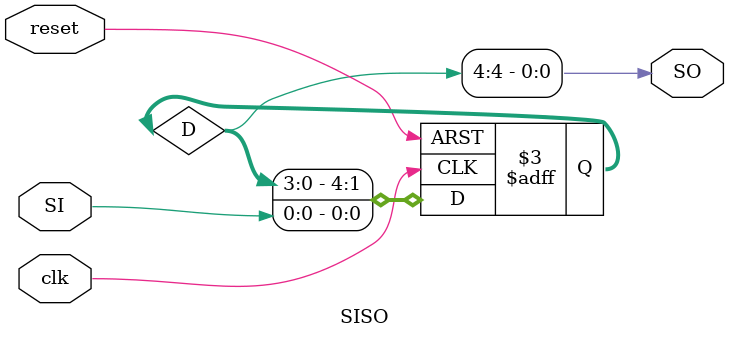
<source format=v>
module SISO(clk,reset,SI,SO);
    input clk,reset,SI;
    output SO;
    reg [4:0]D;
    assign SO=D[4];
    always @(posedge clk or negedge reset)
    begin
        if(~reset)
        D<=0;
        else
        D<={D[3:0],SI};
    end
endmodule
   
 
</source>
